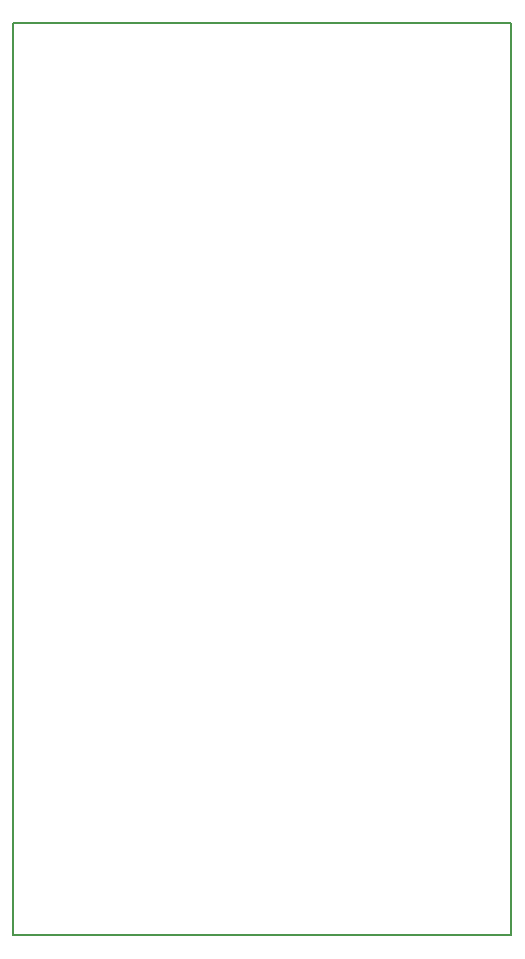
<source format=gbr>
G04 #@! TF.FileFunction,Profile,NP*
%FSLAX46Y46*%
G04 Gerber Fmt 4.6, Leading zero omitted, Abs format (unit mm)*
G04 Created by KiCad (PCBNEW 4.0.7) date 11/12/17 23:12:21*
%MOMM*%
%LPD*%
G01*
G04 APERTURE LIST*
%ADD10C,0.100000*%
%ADD11C,0.150000*%
G04 APERTURE END LIST*
D10*
D11*
X142240000Y-125476000D02*
X184404000Y-125476000D01*
X142240000Y-48260000D02*
X142240000Y-125476000D01*
X184404000Y-48260000D02*
X142240000Y-48260000D01*
X184404000Y-125476000D02*
X184404000Y-48260000D01*
M02*

</source>
